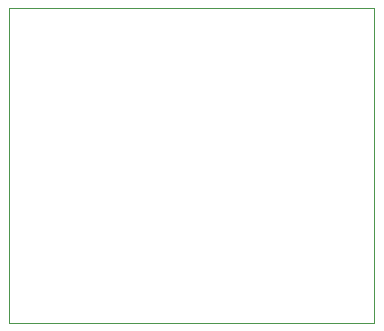
<source format=gbr>
%TF.GenerationSoftware,KiCad,Pcbnew,8.0.2-1*%
%TF.CreationDate,2024-11-26T15:22:06-05:00*%
%TF.ProjectId,hack_matrix,6861636b-5f6d-4617-9472-69782e6b6963,rev?*%
%TF.SameCoordinates,Original*%
%TF.FileFunction,Profile,NP*%
%FSLAX46Y46*%
G04 Gerber Fmt 4.6, Leading zero omitted, Abs format (unit mm)*
G04 Created by KiCad (PCBNEW 8.0.2-1) date 2024-11-26 15:22:06*
%MOMM*%
%LPD*%
G01*
G04 APERTURE LIST*
%TA.AperFunction,Profile*%
%ADD10C,0.050000*%
%TD*%
G04 APERTURE END LIST*
D10*
X166736334Y-66861596D02*
X197642307Y-66861596D01*
X197642307Y-93546339D01*
X166736334Y-93546339D01*
X166736334Y-66861596D01*
M02*

</source>
